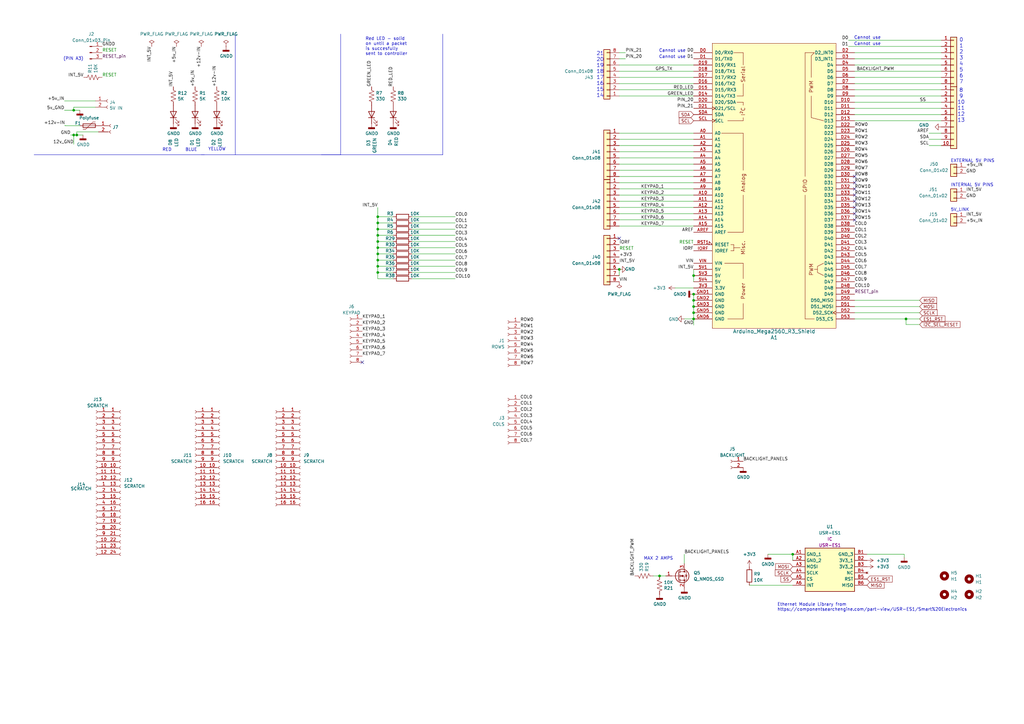
<source format=kicad_sch>
(kicad_sch (version 20250114) (generator "eeschema") (generator_version "9.0")
  (paper "A3")
  (title_block (date "2026-01-11") (rev "1.2"))
  (text "YELLOW" (at 85.344 61.976 0) (effects (font (size 1.27 1.27)) (justify left bottom)))
  (text "MAX 2 AMPS" (at 276.098 229.87 0) (effects (font (size 1.27 1.27)) (justify right bottom)))
  (text "BLUE" (at 75.946 62.23 0) (effects (font (size 1.27 1.27)) (justify left bottom)))
  (text "INTERNAL 5V PINS" (at 389.89 76.708 0) (effects (font (size 1.27 1.27)) (justify left bottom)))
  (text "Ethernet Module Library from \nhttps://componentsearchengine.com/part-view/USR-ES1/Smart%20Electronics" (at 318.77 250.825 0) (effects (font (size 1.27 1.27)) (justify left bottom)))
  (text "Cannot use" (at 270.256 21.59 0) (effects (font (size 1.27 1.27)) (justify left bottom)))
  (text "RED" (at 66.548 62.23 0) (effects (font (size 1.27 1.27)) (justify left bottom)))
  (text "(PIN A3)" (at 25.908 24.892 0) (effects (font (size 1.27 1.27)) (justify left bottom)))
  (text "Cannot use" (at 350.266 16.256 0) (effects (font (size 1.27 1.27)) (justify left bottom)))
  (text "0\n1\n2\n3\n4\n5\n6\n7" (at 393.446 34.544 0) (effects (font (size 1.524 1.524)) (justify left bottom)))
  (text "LEDCONTROL \nIc_2=LEDCONTROL(49,48,47,X);\n49 - DATA IN\n48 - CLK\n47 - LOAD/CS\n\nDigits = Columns = Cathodes - \"\"-\"\"\nSegments = Rows = Anodes - \"\"+\"\"" (at -38.1 166.116 0) (effects (font (size 1.27 1.27)) (justify bottom)))
  (text "Red LED - solid\non until a packet\nis succesfully \nsent to controller" (at 149.86 22.86 0) (effects (font (size 1.27 1.27)) (justify left bottom)))
  (text "5V_LINK" (at 389.89 86.868 0) (effects (font (size 1.27 1.27)) (justify left bottom)))
  (text "Cannot use" (at 350.266 18.796 0) (effects (font (size 1.27 1.27)) (justify left bottom)))
  (text "Cannot use" (at 270.256 24.13 0) (effects (font (size 1.27 1.27)) (justify left bottom)))
  (text "21\n20\n19\n18\n17\n16\n15\n14" (at 244.602 40.132 0) (effects (font (size 1.524 1.524)) (justify left bottom)))
  (text "EXTERNAL 5V PINS" (at 389.89 66.802 0) (effects (font (size 1.27 1.27)) (justify left bottom)))
  (text "8\n9\n10\n11\n12\n13\n" (at 394.208 50.292 0) (effects (font (size 1.524 1.524)) (justify bottom)))
  (junction (at 154.94 109.22))
  (junction (at 284.48 120.65))
  (junction (at 284.48 125.73))
  (junction (at 154.94 88.9))
  (junction (at 270.51 236.22))
  (junction (at 154.94 91.44))
  (junction (at 31.496 55.372))
  (junction (at 154.94 106.68))
  (junction (at 284.48 130.81))
  (junction (at 30.226 55.372))
  (junction (at 154.94 111.76))
  (junction (at 154.94 104.14))
  (junction (at 30.226 45.212))
  (junction (at 154.94 99.06))
  (junction (at 284.48 128.27))
  (junction (at 325.12 227.33))
  (junction (at 154.94 93.98))
  (junction (at 154.94 96.52))
  (junction (at 254 110.49))
  (junction (at 284.48 123.19))
  (junction (at 371.602 130.81))
  (junction (at 284.48 113.03))
  (junction (at 154.94 101.6))
  (no_connect (at 350.52 90.17))
  (no_connect (at 350.52 74.93))
  (no_connect (at 254 97.79))
  (no_connect (at 148.59 148.59))
  (no_connect (at 350.52 77.47))
  (no_connect (at 350.52 82.55))
  (no_connect (at 350.52 85.09))
  (no_connect (at 350.52 72.39))
  (no_connect (at 350.52 80.01))
  (no_connect (at 350.52 87.63))
  (wire (pts (xy 350.52 39.37) (xy 386.08 39.37)))
  (polyline (pts (xy 139.7 63.5) (xy 139.7 13.97)))
  (wire (pts (xy 284.48 123.19) (xy 284.48 125.73)))
  (wire (pts (xy 186.69 101.6) (xy 168.91 101.6)))
  (wire (pts (xy 371.602 130.81) (xy 371.602 133.096)))
  (wire (pts (xy 350.52 34.29) (xy 386.08 34.29)))
  (wire (pts (xy 254 31.75) (xy 284.48 31.75)))
  (wire (pts (xy 154.94 114.3) (xy 161.29 114.3)))
  (wire (pts (xy 254 87.63) (xy 284.48 87.63)))
  (polyline (pts (xy 82.55 63.5) (xy 139.7 63.5)))
  (wire (pts (xy 350.52 49.53) (xy 386.08 49.53)))
  (wire (pts (xy 161.29 106.68) (xy 154.94 106.68)))
  (wire (pts (xy 350.52 41.91) (xy 386.08 41.91)))
  (wire (pts (xy 254 62.23) (xy 284.48 62.23)))
  (wire (pts (xy 154.94 96.52) (xy 154.94 99.06)))
  (wire (pts (xy 186.69 88.9) (xy 168.91 88.9)))
  (wire (pts (xy 154.94 85.09) (xy 154.94 88.9)))
  (wire (pts (xy 26.67 51.308) (xy 26.67 51.562)))
  (wire (pts (xy 254 34.29) (xy 284.48 34.29)))
  (wire (pts (xy 284.48 110.49) (xy 284.48 113.03)))
  (wire (pts (xy 280.67 130.81) (xy 284.48 130.81)))
  (wire (pts (xy 30.226 43.942) (xy 30.226 45.212)))
  (wire (pts (xy 39.116 43.942) (xy 30.226 43.942)))
  (wire (pts (xy 381 57.15) (xy 386.08 57.15)))
  (wire (pts (xy 254 57.15) (xy 284.48 57.15)))
  (wire (pts (xy 186.69 96.52) (xy 168.91 96.52)))
  (polyline (pts (xy 131.826 63.5) (xy 181.61 63.5)))
  (wire (pts (xy 254 77.47) (xy 284.48 77.47)))
  (wire (pts (xy 154.94 104.14) (xy 154.94 106.68)))
  (wire (pts (xy 186.69 106.68) (xy 168.91 106.68)))
  (wire (pts (xy 154.94 91.44) (xy 154.94 93.98)))
  (wire (pts (xy 161.29 111.76) (xy 154.94 111.76)))
  (wire (pts (xy 161.29 99.06) (xy 154.94 99.06)))
  (wire (pts (xy 350.52 29.21) (xy 386.08 29.21)))
  (wire (pts (xy 377.19 123.19) (xy 350.52 123.19)))
  (wire (pts (xy 31.496 55.372) (xy 34.036 55.372)))
  (wire (pts (xy 254 59.69) (xy 284.48 59.69)))
  (wire (pts (xy 256.54 21.59) (xy 254 21.59)))
  (wire (pts (xy 284.48 133.35) (xy 284.48 130.81)))
  (wire (pts (xy 381 54.61) (xy 386.08 54.61)))
  (wire (pts (xy 254 39.37) (xy 284.48 39.37)))
  (wire (pts (xy 186.69 91.44) (xy 168.91 91.44)))
  (wire (pts (xy 254 110.49) (xy 254 113.03)))
  (wire (pts (xy 161.29 104.14) (xy 154.94 104.14)))
  (wire (pts (xy 161.29 101.6) (xy 154.94 101.6)))
  (wire (pts (xy 254 67.31) (xy 284.48 67.31)))
  (wire (pts (xy 284.48 125.73) (xy 284.48 128.27)))
  (wire (pts (xy 347.98 19.05) (xy 386.08 19.05)))
  (wire (pts (xy 270.51 236.22) (xy 273.05 236.22)))
  (wire (pts (xy 350.52 21.59) (xy 386.08 21.59)))
  (wire (pts (xy 371.602 133.096) (xy 377.19 133.096)))
  (wire (pts (xy 284.48 128.27) (xy 284.48 130.81)))
  (wire (pts (xy 254 72.39) (xy 284.48 72.39)))
  (wire (pts (xy 254 24.13) (xy 256.54 24.13)))
  (wire (pts (xy 154.94 106.68) (xy 154.94 109.22)))
  (wire (pts (xy 154.94 101.6) (xy 154.94 104.14)))
  (wire (pts (xy 377.19 125.73) (xy 350.52 125.73)))
  (wire (pts (xy 350.52 31.75) (xy 386.08 31.75)))
  (wire (pts (xy 161.29 96.52) (xy 154.94 96.52)))
  (wire (pts (xy 254 64.77) (xy 284.48 64.77)))
  (wire (pts (xy 284.48 120.65) (xy 284.48 123.19)))
  (wire (pts (xy 154.94 93.98) (xy 154.94 96.52)))
  (wire (pts (xy 254 69.85) (xy 284.48 69.85)))
  (wire (pts (xy 161.29 93.98) (xy 154.94 93.98)))
  (wire (pts (xy 254 85.09) (xy 284.48 85.09)))
  (wire (pts (xy 370.84 227.33) (xy 370.84 228.6)))
  (wire (pts (xy 30.226 45.212) (xy 32.766 45.212)))
  (wire (pts (xy 284.48 113.03) (xy 284.48 115.57)))
  (polyline (pts (xy 139.7 63.5) (xy 131.826 63.5)))
  (wire (pts (xy 186.69 114.3) (xy 168.91 114.3)))
  (wire (pts (xy 347.98 16.51) (xy 386.08 16.51)))
  (wire (pts (xy 161.29 109.22) (xy 154.94 109.22)))
  (wire (pts (xy 186.69 93.98) (xy 168.91 93.98)))
  (wire (pts (xy 350.52 46.99) (xy 386.08 46.99)))
  (wire (pts (xy 307.34 240.03) (xy 325.12 240.03)))
  (wire (pts (xy 371.602 130.81) (xy 350.52 130.81)))
  (wire (pts (xy 186.69 99.06) (xy 168.91 99.06)))
  (wire (pts (xy 350.52 36.83) (xy 386.08 36.83)))
  (wire (pts (xy 314.96 227.33) (xy 325.12 227.33)))
  (wire (pts (xy 161.29 88.9) (xy 154.94 88.9)))
  (wire (pts (xy 280.67 227.33) (xy 280.67 231.14)))
  (wire (pts (xy 254 54.61) (xy 284.48 54.61)))
  (polyline (pts (xy 13.97 63.5) (xy 83.82 63.5)))
  (wire (pts (xy 377.19 130.81) (xy 371.602 130.81)))
  (wire (pts (xy 254 26.67) (xy 284.48 26.67)))
  (wire (pts (xy 254 74.93) (xy 284.48 74.93)))
  (wire (pts (xy 254 92.71) (xy 284.48 92.71)))
  (wire (pts (xy 276.86 118.11) (xy 284.48 118.11)))
  (polyline (pts (xy 181.61 63.5) (xy 181.61 13.97)))
  (wire (pts (xy 154.94 99.06) (xy 154.94 101.6)))
  (wire (pts (xy 186.69 104.14) (xy 168.91 104.14)))
  (wire (pts (xy 26.67 51.562) (xy 32.766 51.562)))
  (wire (pts (xy 254 90.17) (xy 284.48 90.17)))
  (wire (pts (xy 161.29 91.44) (xy 154.94 91.44)))
  (wire (pts (xy 154.94 109.22) (xy 154.94 111.76)))
  (wire (pts (xy 254 29.21) (xy 284.48 29.21)))
  (wire (pts (xy 30.226 55.372) (xy 30.226 59.182)))
  (wire (pts (xy 186.69 109.22) (xy 168.91 109.22)))
  (wire (pts (xy 254 80.01) (xy 284.48 80.01)))
  (wire (pts (xy 350.52 24.13) (xy 386.08 24.13)))
  (wire (pts (xy 254 36.83) (xy 284.48 36.83)))
  (wire (pts (xy 254 82.55) (xy 284.48 82.55)))
  (wire (pts (xy 350.52 44.45) (xy 386.08 44.45)))
  (wire (pts (xy 355.6 227.33) (xy 370.84 227.33)))
  (wire (pts (xy 325.12 227.33) (xy 325.12 229.87)))
  (wire (pts (xy 26.416 41.402) (xy 39.116 41.402)))
  (wire (pts (xy 30.226 55.372) (xy 31.496 55.372)))
  (wire (pts (xy 267.97 236.22) (xy 270.51 236.22)))
  (polyline (pts (xy 96.52 63.5) (xy 96.52 13.97)))
  (wire (pts (xy 26.416 45.212) (xy 30.226 45.212)))
  (wire (pts (xy 31.496 54.102) (xy 31.496 55.372)))
  (wire (pts (xy 154.94 88.9) (xy 154.94 91.44)))
  (wire (pts (xy 28.956 55.372) (xy 30.226 55.372)))
  (wire (pts (xy 154.94 111.76) (xy 154.94 114.3)))
  (wire (pts (xy 186.69 111.76) (xy 168.91 111.76)))
  (wire (pts (xy 377.19 128.27) (xy 350.52 128.27)))
  (wire (pts (xy 381 59.69) (xy 386.08 59.69)))
  (wire (pts (xy 350.52 26.67) (xy 386.08 26.67)))
  (wire (pts (xy 40.386 54.102) (xy 31.496 54.102)))
  (image (at -60.198 193.294))
  (label "IORF" (at 254 100.33 0))
  (label "VIN" (at 284.48 107.95 180))
  (label "ROW9" (at 350.52 74.93 0))
  (label "COL7" (at 213.36 181.61 0))
  (label "PIN_20" (at 256.54 24.13 0))
  (label "ROW1" (at 350.52 54.61 0))
  (label "ROW7" (at 350.52 69.85 0))
  (label "COL10" (at 186.69 114.3 0))
  (label "RED_LED" (at 284.48 36.83 180))
  (label "ROW5" (at 213.36 144.78 0))
  (label "GND" (at 28.956 55.372 180))
  (label "COL2" (at 186.69 93.98 0))
  (label "PIN_21" (at 284.48 44.45 180))
  (label "COL9" (at 186.69 111.76 0))
  (label "INT_5V" (at 254 107.95 0))
  (label "ROW4" (at 213.36 142.24 0))
  (label "ROW0" (at 350.52 52.07 0))
  (label "KEYPAD_6" (at 148.59 143.51 0))
  (label "INT_5V" (at 71.12 35.56 90))
  (label "D0" (at 284.48 21.59 180))
  (label "COL5" (at 213.36 176.53 0))
  (label "KEYPAD_1" (at 148.59 130.81 0))
  (label "INT_5V" (at 34.29 31.75 180))
  (label "+5v_IN" (at 396.24 68.58 0))
  (label "VIN" (at 254 115.57 0))
  (label "COL1" (at 186.69 91.44 0))
  (label "PIN_21" (at 256.54 21.59 0))
  (label "ROW6" (at 213.36 147.32 0))
  (label "ROW8" (at 350.52 72.39 0))
  (label "ROW4" (at 350.52 62.23 0))
  (label "COL6" (at 186.69 104.14 0))
  (label "KEYPAD_6" (at 262.89 90.17 0))
  (label "ROW0" (at 213.36 132.08 0))
  (label "KEYPAD_4" (at 148.59 138.43 0))
  (label "COL1" (at 213.36 166.37 0))
  (label "+5v_IN" (at 26.416 41.402 180))
  (label "COL2" (at 213.36 168.91 0))
  (label "INT_5V" (at 154.94 85.09 180))
  (label "COL0" (at 213.36 163.83 0))
  (label "+3V3" (at 254 105.41 0))
  (label "SCL" (at 381 59.69 180))
  (label "AREF" (at 284.48 95.25 180))
  (label "ROW1" (at 213.36 134.62 0))
  (label "PIN_20" (at 284.48 41.91 180))
  (label "ROW15" (at 350.52 90.17 0))
  (label "12v_GND" (at 30.226 59.182 180))
  (label "KEYPAD_7" (at 148.59 146.05 0))
  (label "ROW5" (at 350.52 64.77 0))
  (label "COL8" (at 350.52 113.03 0))
  (label "KEYPAD_4" (at 262.89 85.09 0))
  (label "COL9" (at 350.52 115.57 0))
  (label "ROW7" (at 213.36 149.86 0))
  (label "IORF" (at 284.48 102.87 180))
  (label "RESET_pin" (at 41.91 24.13 0))
  (label "COL3" (at 350.52 100.33 0))
  (label "+5v_IN" (at 72.39 19.05 270))
  (label "+12v-IN" (at 26.67 51.308 180))
  (label "ROW2" (at 213.36 137.16 0))
  (label "INT_5V" (at 62.23 19.05 270))
  (label "COL3" (at 186.69 96.52 0))
  (label "GND" (at 284.48 133.35 180))
  (label "COL5" (at 350.52 105.41 0))
  (label "GREEN_LED" (at 284.48 39.37 180))
  (label "INT_5V" (at 396.24 88.9 0))
  (label "COL6" (at 350.52 107.95 0))
  (label "AREF" (at 381 54.61 180))
  (label "COL1" (at 350.52 95.25 0))
  (label "GPS_TX" (at 275.844 29.21 180))
  (label "D1" (at 347.98 19.05 180))
  (label "D1" (at 284.48 24.13 180))
  (label "GNDD" (at 41.91 19.05 0))
  (label "COL10" (at 350.52 118.11 0))
  (label "ROW3" (at 213.36 139.7 0))
  (label "COL0" (at 350.52 92.71 0))
  (label "ROW2" (at 350.52 57.15 0))
  (label "INT_5V" (at 396.24 78.74 0))
  (label "ROW12" (at 350.52 82.55 0))
  (label "COL4" (at 186.69 99.06 0))
  (label "KEYPAD_3" (at 262.89 82.55 0))
  (label "COL4" (at 350.52 102.87 0))
  (label "ROW13" (at 350.52 85.09 0))
  (label "COL4" (at 213.36 173.99 0))
  (label "COL2" (at 350.52 97.79 0))
  (label "GND" (at 396.24 81.28 0))
  (label "COL6" (at 213.36 179.07 0))
  (label "KEYPAD_5" (at 262.89 87.63 0))
  (label "KEYPAD_2" (at 262.89 80.01 0))
  (label "D0" (at 347.98 16.51 180))
  (label "5v_GND" (at 26.416 45.212 180))
  (label "ROW14" (at 350.52 87.63 0))
  (label "+5v_IN" (at 80.01 35.56 90))
  (label "KEYPAD_3" (at 148.59 135.89 0))
  (label "BACKLIGHT_PWM" (at 351.282 29.21 0))
  (label "COL0" (at 186.69 88.9 0))
  (label "ROW6" (at 350.52 67.31 0))
  (label "KEYPAD_7" (at 262.89 92.71 0))
  (label "COL7" (at 186.69 106.68 0))
  (label "ROW3" (at 350.52 59.69 0))
  (label "+5v_IN" (at 396.24 91.44 0))
  (label "COL7" (at 350.52 110.49 0))
  (label "INT_5V" (at 284.48 110.49 180))
  (label "SS" (at 377.19 41.91 0))
  (label "COL3" (at 213.36 171.45 0))
  (label "RESET" (at 41.91 21.59 0))
  (label "COL5" (at 186.69 101.6 0))
  (label "GND" (at 396.24 71.12 0))
  (label "COL8" (at 186.69 109.22 0))
  (label "GREEN_LED" (at 152.4 35.56 90))
  (label "KEYPAD_1" (at 262.89 77.47 0))
  (label "KEYPAD_5" (at 148.59 140.97 0))
  (label "KEYPAD_2" (at 148.59 133.35 0))
  (label "RESET" (at 284.48 100.33 180))
  (label "RESET" (at 254 102.87 0))
  (label "SDA" (at 381 57.15 180))
  (label "BACKLIGHT_PANELS" (at 280.67 227.33 0))
  (label "BACKLIGHT_PANELS" (at 304.8 189.23 0))
  (label "RESET_pin" (at 350.52 120.65 0))
  (label "RESET" (at 41.91 31.75 0))
  (label "+12v-IN" (at 88.9 35.56 90))
  (label "ROW11" (at 350.52 80.01 0))
  (label "+12v-IN" (at 82.55 19.05 270))
  (label "RED_LED" (at 161.29 35.56 90))
  (label "ROW10" (at 350.52 77.47 0))
  (label "BACKLIGHT_PWM" (at 260.35 236.22 90))
  (global_label "MISO" (shape input) (at 377.19 123.19 0) (property "Intersheetrefs" "${INTERSHEET_REFS}" (effects (hide yes))))
  (global_label "SCLK" (shape input) (at 377.19 128.27 0) (property "Intersheetrefs" "${INTERSHEET_REFS}" (effects (hide yes))))
  (global_label "SCL" (shape input) (at 284.48 49.53 180) (property "Intersheetrefs" "${INTERSHEET_REFS}" (effects (hide yes))))
  (global_label "SCLK" (shape input) (at 325.12 234.95 180) (property "Intersheetrefs" "${INTERSHEET_REFS}" (effects (hide yes))))
  (global_label "MISO" (shape input) (at 355.6 240.03 0) (property "Intersheetrefs" "${INTERSHEET_REFS}" (effects (hide yes))))
  (global_label "I2C_SEL_RESET" (shape input) (at 377.19 133.096 0) (property "Intersheetrefs" "${INTERSHEET_REFS}" (effects (hide yes))))
  (global_label "ES1_RST" (shape input) (at 377.19 130.81 0) (property "Intersheetrefs" "${INTERSHEET_REFS}" (effects (hide yes))))
  (global_label "ES1_RST" (shape input) (at 355.6 237.49 0) (property "Intersheetrefs" "${INTERSHEET_REFS}" (effects (hide yes))))
  (global_label "SDA" (shape input) (at 284.48 46.99 180) (property "Intersheetrefs" "${INTERSHEET_REFS}" (effects (hide yes))))
  (global_label "SS" (shape input) (at 325.12 237.49 180) (property "Intersheetrefs" "${INTERSHEET_REFS}" (effects (hide yes))))
  (global_label "MOSI" (shape input) (at 325.12 232.41 180) (property "Intersheetrefs" "${INTERSHEET_REFS}" (effects (hide yes))))
  (global_label "MOSI" (shape input) (at 377.19 125.73 0) (property "Intersheetrefs" "${INTERSHEET_REFS}" (effects (hide yes))))
  (symbol (lib_id "Connector_Generic:Conn_01x08") (at 248.92 62.23 0) (mirror y) (unit 1)
    (property "Reference" "J41" (at 246.38 62.2299 0) (effects (justify left)))
    (property "Value" "Conn_01x08" (at 246.38 64.7699 0) (effects (justify left)))
    (property "Footprint" "Connector_PinHeader_2.54mm:PinHeader_1x08_P2.54mm_Vertical" (effects (hide yes)))
    (property "Description" "Generic connector, single row, 01x08, script generated (kicad-library-utils/schlib/autogen/connector/)" (effects (hide yes)))
  )
  (symbol (lib_id "Connector:Conn_01x24_Socket") (at 49.53 196.85 0) (unit 1)
    (property "Reference" "J12" (at 50.8 196.8499 0) (effects (justify left)))
    (property "Value" "SCRATCH" (at 50.8 199.3899 0) (effects (justify left)))
    (property "Footprint" "Connector_IDC:IDC-Header_2x12_P2.54mm_Vertical" (effects (hide yes)))
    (property "Description" "Generic connector, single row, 01x24, script generated" (effects (hide yes)))
  )
  (symbol (lib_id "Device:R") (at 165.1 111.76 90) (unit 1)
    (property "Reference" "R37" (at 160.02 110.49 90))
    (property "Value" "10K" (at 170.18 110.49 90))
    (property "Footprint" "Resistor_THT:R_Axial_DIN0207_L6.3mm_D2.5mm_P2.54mm_Vertical" (effects (hide yes)))
  )
  (symbol (lib_id "power:+3V3") (at 355.6 229.87 270) (unit 1)
    (property "Reference" "#PWR018" (effects (hide yes)))
    (property "Value" "+3V3" (at 359.41 229.8699 90) (effects (justify left)))
  )
  (symbol (lib_id "power:GNDD") (at 304.8 191.77 0) (unit 1)
    (property "Reference" "#PWR01" (effects (hide yes)))
    (property "Value" "GNDD" (at 304.9016 195.707 0))
  )
  (symbol (lib_id "Device:LED") (at 88.9 46.99 90) (unit 1)
    (property "Reference" "D2" (at 87.63 58.42 0))
    (property "Value" "LED" (at 90.17 58.42 0))
    (property "Footprint" "LED_THT:LED_D3.0mm" (effects (hide yes)))
  )
  (symbol (lib_id "Device:R") (at 165.1 101.6 90) (unit 1)
    (property "Reference" "R30" (at 160.02 100.33 90))
    (property "Value" "10K" (at 170.18 100.33 90))
    (property "Footprint" "Resistor_THT:R_Axial_DIN0207_L6.3mm_D2.5mm_P2.54mm_Vertical" (effects (hide yes)))
  )
  (symbol (lib_id "Connector:Conn_01x16_Socket") (at 123.19 186.69 0) (unit 1)
    (property "Reference" "J9" (at 124.46 186.6899 0) (effects (justify left)))
    (property "Value" "SCRATCH" (at 124.46 189.2299 0) (effects (justify left)))
    (property "Footprint" "Connector_PinHeader_2.54mm:PinHeader_1x12_P2.54mm_Vertical" (effects (hide yes)))
    (property "Description" "Generic connector, single row, 01x16, script generated" (effects (hide yes)))
  )
  (symbol (lib_id "Device:LED") (at 152.4 46.99 90) (unit 1)
    (property "Reference" "D3" (at 151.13 58.674 0))
    (property "Value" "GREEN" (at 153.67 59.69 0))
    (property "Footprint" "LED_THT:LED_D3.0mm" (effects (hide yes)))
  )
  (symbol (lib_id "Device:R") (at 165.1 114.3 90) (unit 1)
    (property "Reference" "R38" (at 160.02 113.03 90))
    (property "Value" "10K" (at 170.18 113.03 90))
    (property "Footprint" "Resistor_THT:R_Axial_DIN0207_L6.3mm_D2.5mm_P2.54mm_Vertical" (effects (hide yes)))
  )
  (symbol (lib_id "Device:R") (at 165.1 109.22 90) (unit 1)
    (property "Reference" "R36" (at 160.02 107.95 90))
    (property "Value" "10K" (at 170.18 107.95 90))
    (property "Footprint" "Resistor_THT:R_Axial_DIN0207_L6.3mm_D2.5mm_P2.54mm_Vertical" (effects (hide yes)))
  )
  (symbol (lib_id "Device:R_US") (at 38.1 31.75 90) (unit 1)
    (property "Reference" "R11" (at 36.9316 30.0228 0) (effects (justify left)))
    (property "Value" "10K" (at 39.243 30.0228 0) (effects (justify left)))
    (property "Footprint" "Resistor_THT:R_Axial_DIN0207_L6.3mm_D2.5mm_P2.54mm_Vertical" (effects (hide yes)))
  )
  (symbol (lib_id "Connector:Conn_01x03_Pin") (at 36.83 21.59 0) (unit 1)
    (property "Reference" "J2" (at 37.465 13.97 0))
    (property "Value" "Conn_01x03_Pin" (at 37.465 16.51 0))
    (property "Footprint" "Connector_PinHeader_2.54mm:PinHeader_1x03_P2.54mm_Vertical" (effects (hide yes)))
    (property "Description" "Generic connector, single row, 01x03, script generated" (effects (hide yes)))
  )
  (symbol (lib_id "power:GNDD") (at 270.51 243.84 0) (unit 1)
    (property "Reference" "#PWR028" (effects (hide yes)))
    (property "Value" "GNDD" (at 270.6116 247.777 0))
  )
  (symbol (lib_id "Connector:Conn_01x08_Socket") (at 208.28 171.45 0) (mirror y) (unit 1)
    (property "Reference" "J3" (at 207.01 171.4499 0) (effects (justify left)))
    (property "Value" "COLS" (at 207.01 173.9899 0) (effects (justify left)))
    (property "Footprint" "Connector_Molex:Molex_KK-254_AE-6410-08A_1x08_P2.54mm_Vertical" (effects (hide yes)))
    (property "Description" "Generic connector, single row, 01x08, script generated" (effects (hide yes)))
  )
  (symbol (lib_id "power:PWR_FLAG") (at 254 115.57 180) (unit 1)
    (property "Reference" "#FLG05" (effects (hide yes)))
    (property "Value" "PWR_FLAG" (at 254 120.65 0))
    (property "Description" "Special symbol for telling ERC where power comes from" (effects (hide yes)))
  )
  (symbol (lib_id "Connector:Conn_01x16_Socket") (at 80.01 186.69 0) (mirror y) (unit 1)
    (property "Reference" "J11" (at 78.74 186.6899 0) (effects (justify left)))
    (property "Value" "SCRATCH" (at 78.74 189.2299 0) (effects (justify left)))
    (property "Footprint" "Connector_PinHeader_2.54mm:PinHeader_1x12_P2.54mm_Vertical" (effects (hide yes)))
    (property "Description" "Generic connector, single row, 01x16, script generated" (effects (hide yes)))
  )
  (symbol (lib_id "Device:Polyfuse") (at 36.576 51.562 90) (unit 1)
    (property "Reference" "F1" (at 32.004 50.546 90))
    (property "Value" "Polyfuse" (at 36.576 48.3145 90))
    (property "Footprint" "Fuse:Fuse_Bourns_MF-RG400" (effects (hide yes)))
    (property "Description" "Resettable fuse, polymeric positive temperature coefficient" (effects (hide yes)))
  )
  (symbol (lib_id "Connector:Conn_01x12_Socket") (at 39.37 212.09 0) (mirror y) (unit 1)
    (property "Reference" "J14" (at 33.274 198.628 0))
    (property "Value" "SCRATCH" (at 33.274 200.406 0))
    (property "Footprint" "Connector_PinHeader_2.54mm:PinHeader_1x12_P2.54mm_Vertical" (effects (hide yes)))
    (property "Description" "Generic connector, single row, 01x12, script generated" (effects (hide yes)))
  )
  (symbol (lib_id "Connector:Conn_01x12_Socket") (at 39.37 181.61 0) (mirror y) (unit 1)
    (property "Reference" "J13" (at 40.005 163.83 0))
    (property "Value" "SCRATCH" (at 40.005 166.37 0))
    (property "Footprint" "Connector_PinHeader_2.54mm:PinHeader_1x12_P2.54mm_Vertical" (effects (hide yes)))
    (property "Description" "Generic connector, single row, 01x12, script generated" (effects (hide yes)))
  )
  (symbol (lib_id "Device:LED") (at 161.29 46.99 90) (unit 1)
    (property "Reference" "D4" (at 160.02 58.42 0))
    (property "Value" "RED" (at 162.56 58.1025 0))
    (property "Footprint" "LED_THT:LED_D3.0mm" (effects (hide yes)))
  )
  (symbol (lib_id "arduino-library:Arduino_Mega2560_R3_Shield") (at 317.5 76.2 0) (unit 1)
    (property "Reference" "A1" (at 317.5 138.43 0) (effects (font (size 1.524 1.524))))
    (property "Value" "Arduino_Mega2560_R3_Shield" (at 317.5 135.89 0) (effects (font (size 1.524 1.524))))
    (property "Footprint" "arduino-kicad-library-master:Arduino_Mega2560_R3_Shield" (effects (hide yes)))
    (property "Datasheet" "https://docs.arduino.cc/hardware/mega-2560" (effects (hide yes)))
    (property "Description" "Shield for Arduino Mega 2560 R3" (effects (hide yes)))
  )
  (symbol (lib_id "Connector_Generic:Conn_01x10") (at 391.16 46.99 0) (unit 1)
    (property "Reference" "J45" (effects (hide yes)))
    (property "Value" "Conn_01x10" (effects (hide yes)))
    (property "Footprint" "Connector_PinHeader_2.54mm:PinHeader_1x10_P2.54mm_Vertical" (effects (hide yes)))
    (property "Description" "Generic connector, single row, 01x10, script generated (kicad-library-utils/schlib/autogen/connector/)" (effects (hide yes)))
  )
  (symbol (lib_id "Connector_Generic:Conn_01x08") (at 248.92 31.75 180) (unit 1)
    (property "Reference" "J43" (at 243.332 31.75 0) (effects (justify left)))
    (property "Value" "Conn_01x08" (at 243.332 29.21 0) (effects (justify left)))
    (property "Footprint" "Connector_PinHeader_2.54mm:PinHeader_1x08_P2.54mm_Vertical" (effects (hide yes)))
    (property "Description" "Generic connector, single row, 01x08, script generated (kicad-library-utils/schlib/autogen/connector/)" (effects (hide yes)))
  )
  (symbol (lib_id "power:GNDD") (at 152.4 50.8 0) (unit 1)
    (property "Reference" "#PWR014" (effects (hide yes)))
    (property "Value" "GNDD" (at 152.5016 54.737 0))
  )
  (symbol (lib_id "power:GNDD") (at 92.71 19.05 0) (unit 1)
    (property "Reference" "#PWR037" (effects (hide yes)))
    (property "Value" "GNDD" (at 92.8116 22.987 0))
  )
  (symbol (lib_id "Connector:Conn_01x02_Socket") (at 299.72 189.23 0) (mirror y) (unit 1)
    (property "Reference" "J5" (at 300.355 184.15 0))
    (property "Value" "BACKLIGHT" (at 300.355 186.69 0))
    (property "Footprint" "Connector_Molex:Molex_KK-254_AE-6410-02A_1x02_P2.54mm_Vertical" (effects (hide yes)))
    (property "Description" "Generic connector, single row, 01x02, script generated" (effects (hide yes)))
  )
  (symbol (lib_id "Connector_Generic:Conn_01x02") (at 391.16 68.58 0) (mirror y) (unit 1)
    (property "Reference" "J50" (at 383.032 67.31 0))
    (property "Value" "Conn_01x02" (at 383.032 69.85 0))
    (property "Footprint" "Connector_PinHeader_2.54mm:PinHeader_1x02_P2.54mm_Vertical" (effects (hide yes)))
    (property "Description" "Generic connector, single row, 01x02, script generated (kicad-library-utils/schlib/autogen/connector/)" (effects (hide yes)))
  )
  (symbol (lib_id "power:GNDD") (at 161.29 50.8 0) (unit 1)
    (property "Reference" "#PWR015" (effects (hide yes)))
    (property "Value" "GNDD" (at 161.3916 54.737 0))
  )
  (symbol (lib_id "power:PWR_FLAG") (at 72.39 19.05 0) (unit 1)
    (property "Reference" "#FLG02" (effects (hide yes)))
    (property "Value" "PWR_FLAG" (at 72.39 13.97 0))
    (property "Description" "Special symbol for telling ERC where power comes from" (effects (hide yes)))
  )
  (symbol (lib_id "USR-ES1:USR-ES1") (at 325.12 227.33 0) (unit 1)
    (property "Reference" "U1" (at 340.36 216.0164 0))
    (property "Value" "USR-ES1" (at 340.36 218.5533 0))
    (property "Footprint" "Library-OZ-HORNET:USRES1" (effects (hide yes)))
    (property "Reference_1" "IC" (at 340.36 221.0902 0))
    (property "Value_1" "USR-ES1" (at 340.36 223.6271 0))
    (property "Footprint_1" "USRES1" (effects (hide yes)))
    (property "Datasheet_1" "https://www.aliexpress.com/item/Free-Shipping-USR-ES1-W5500-Chip-New-SPI-to-LAN-Ethernet-Converter-TCP-IP-Mod/32714438223.html?spm=a2g0s.9042311.0.0.27424c4dBBEz2G" (effects (hide yes)))
    (property "Height" "3" (effects (hide yes)))
    (property "Manufacturer_Name" "Smart Electronics" (effects (hide yes)))
    (property "Manufacturer_Part_Number" "USR-ES1" (effects (hide yes)))
  )
  (symbol (lib_id "Mechanical:MountingHole") (at 397.51 237.49 0) (unit 1)
    (property "Reference" "H1" (at 400.05 236.2199 0) (effects (justify left)))
    (property "Value" "H1" (at 400.05 238.7599 0) (effects (justify left)))
    (property "Footprint" "MountingHole:MountingHole_3.2mm_M3" (effects (hide yes)))
  )
  (symbol (lib_id "Device:R") (at 307.34 236.22 0) (unit 1)
    (property "Reference" "R9" (at 309.118 235.3853 0) (effects (justify left)))
    (property "Value" "10K" (at 309.118 237.9222 0) (effects (justify left)))
    (property "Footprint" "Resistor_THT:R_Axial_DIN0207_L6.3mm_D2.5mm_P2.54mm_Vertical" (effects (hide yes)))
  )
  (symbol (lib_id "Connector:Conn_01x08_Socket") (at 208.28 139.7 0) (mirror y) (unit 1)
    (property "Reference" "J1" (at 207.01 139.6999 0) (effects (justify left)))
    (property "Value" "ROWS" (at 207.01 142.2399 0) (effects (justify left)))
    (property "Footprint" "Connector_Molex:Molex_KK-254_AE-6410-08A_1x08_P2.54mm_Vertical" (effects (hide yes)))
    (property "Description" "Generic connector, single row, 01x08, script generated" (effects (hide yes)))
  )
  (symbol (lib_id "Device:R") (at 165.1 96.52 90) (unit 1)
    (property "Reference" "R6" (at 160.02 95.25 90))
    (property "Value" "10K" (at 170.18 95.25 90))
    (property "Footprint" "Resistor_THT:R_Axial_DIN0207_L6.3mm_D2.5mm_P2.54mm_Vertical" (effects (hide yes)))
  )
  (symbol (lib_id "Device:R") (at 165.1 93.98 90) (unit 1)
    (property "Reference" "R5" (at 160.02 92.71 90))
    (property "Value" "10K" (at 170.18 92.71 90))
    (property "Footprint" "Resistor_THT:R_Axial_DIN0207_L6.3mm_D2.5mm_P2.54mm_Vertical" (effects (hide yes)))
  )
  (symbol (lib_id "Arduino_NW_Template-rescue:GND-power") (at 280.67 130.81 270) (unit 1)
    (property "Reference" "#PWR020" (effects (hide yes)))
    (property "Value" "GND" (at 276.2758 130.937 90))
  )
  (symbol (lib_id "Connector:Conn_01x16_Socket") (at 113.03 186.69 0) (mirror y) (unit 1)
    (property "Reference" "J8" (at 111.76 186.6899 0) (effects (justify left)))
    (property "Value" "SCRATCH" (at 111.76 189.2299 0) (effects (justify left)))
    (property "Footprint" "Connector_PinHeader_2.54mm:PinHeader_1x12_P2.54mm_Vertical" (effects (hide yes)))
    (property "Description" "Generic connector, single row, 01x16, script generated" (effects (hide yes)))
  )
  (symbol (lib_id "Mechanical:MountingHole") (at 387.35 243.84 0) (unit 1)
    (property "Reference" "H4" (at 389.89 242.5699 0) (effects (justify left)))
    (property "Value" "H2" (at 389.89 245.1099 0) (effects (justify left)))
    (property "Footprint" "MountingHole:MountingHole_3.2mm_M3" (effects (hide yes)))
  )
  (symbol (lib_id "power:GNDD") (at 280.67 241.3 0) (unit 1)
    (property "Reference" "#PWR030" (effects (hide yes)))
    (property "Value" "GNDD" (at 280.7716 245.237 0))
  )
  (symbol (lib_id "Device:R_US") (at 161.29 39.37 0) (unit 1)
    (property "Reference" "R8" (at 163.0172 38.2016 0) (effects (justify left)))
    (property "Value" "330" (at 163.0172 40.513 0) (effects (justify left)))
    (property "Footprint" "Resistor_THT:R_Axial_DIN0207_L6.3mm_D2.5mm_P2.54mm_Vertical" (effects (hide yes)))
  )
  (symbol (lib_id "Device:R_US") (at 80.01 39.37 0) (unit 1)
    (property "Reference" "R1" (at 81.7372 38.2016 0) (effects (justify left)))
    (property "Value" "5K" (at 81.7372 40.513 0) (effects (justify left)))
    (property "Footprint" "Resistor_THT:R_Axial_DIN0207_L6.3mm_D2.5mm_P2.54mm_Vertical" (effects (hide yes)))
  )
  (symbol (lib_id "Connector:Conn_01x02_Female") (at 44.196 41.402 0) (unit 1)
    (property "Reference" "J4" (at 44.9072 42.0116 0) (effects (justify left)))
    (property "Value" "5V IN" (at 44.9072 44.323 0) (effects (justify left)))
    (property "Footprint" "Connector_BarrelJack:BarrelJack_Horizontal" (effects (hide yes)))
  )
  (symbol (lib_id "power:GNDD") (at 34.036 55.372 0) (unit 1)
    (property "Reference" "#PWR011" (effects (hide yes)))
    (property "Value" "GNDD" (at 34.1376 59.309 0))
  )
  (symbol (lib_id "power:GNDD") (at 284.48 120.65 270) (unit 1)
    (property "Reference" "#PWR022" (effects (hide yes)))
    (property "Value" "GNDD" (at 278.892 120.65 90))
  )
  (symbol (lib_id "Device:R_US") (at 264.16 236.22 270) (mirror x) (unit 1)
    (property "Reference" "R19" (at 265.3284 234.4928 0) (effects (justify left)))
    (property "Value" "330" (at 263.017 234.4928 0) (effects (justify left)))
    (property "Footprint" "Resistor_THT:R_Axial_DIN0207_L6.3mm_D2.5mm_P2.54mm_Vertical" (effects (hide yes)))
  )
  (symbol (lib_id "Device:R_US") (at 152.4 39.37 0) (unit 1)
    (property "Reference" "R7" (at 154.1272 38.2016 0) (effects (justify left)))
    (property "Value" "330" (at 154.1272 40.513 0) (effects (justify left)))
    (property "Footprint" "Resistor_THT:R_Axial_DIN0207_L6.3mm_D2.5mm_P2.54mm_Vertical" (effects (hide yes)))
  )
  (symbol (lib_id "Device:LED") (at 71.12 46.99 90) (unit 1)
    (property "Reference" "D8" (at 69.85 58.42 0))
    (property "Value" "LED" (at 72.39 58.42 0))
    (property "Footprint" "LED_THT:LED_D3.0mm" (effects (hide yes)))
  )
  (symbol (lib_id "Connector:Conn_01x02_Female") (at 45.466 51.562 0) (unit 1)
    (property "Reference" "J7" (at 46.1772 52.1716 0) (effects (justify left)))
    (property "Value" "STEPPER IN 12-20VDC" (effects (hide yes)))
    (property "Footprint" "Connector_BarrelJack:BarrelJack_Horizontal" (effects (hide yes)))
  )
  (symbol (lib_id "Device:LED") (at 80.01 46.99 90) (unit 1)
    (property "Reference" "D1" (at 78.74 58.42 0))
    (property "Value" "LED" (at 81.28 58.42 0))
    (property "Footprint" "LED_THT:LED_D3.0mm" (effects (hide yes)))
  )
  (symbol (lib_id "power:PWR_FLAG") (at 92.71 19.05 0) (unit 1)
    (property "Reference" "#FLG04" (effects (hide yes)))
    (property "Value" "PWR_FLAG" (at 92.71 13.97 0))
    (property "Description" "Special symbol for telling ERC where power comes from" (effects (hide yes)))
  )
  (symbol (lib_id "Connector:Conn_01x16_Socket") (at 90.17 186.69 0) (unit 1)
    (property "Reference" "J10" (at 91.44 186.6899 0) (effects (justify left)))
    (property "Value" "SCRATCH" (at 91.44 189.2299 0) (effects (justify left)))
    (property "Footprint" "Connector_PinHeader_2.54mm:PinHeader_1x12_P2.54mm_Vertical" (effects (hide yes)))
    (property "Description" "Generic connector, single row, 01x16, script generated" (effects (hide yes)))
  )
  (symbol (lib_id "Device:R") (at 165.1 104.14 90) (unit 1)
    (property "Reference" "R34" (at 160.02 102.87 90))
    (property "Value" "10K" (at 170.18 102.87 90))
    (property "Footprint" "Resistor_THT:R_Axial_DIN0207_L6.3mm_D2.5mm_P2.54mm_Vertical" (effects (hide yes)))
  )
  (symbol (lib_id "power:GNDD") (at 370.84 228.6 0) (unit 1)
    (property "Reference" "#PWR08" (effects (hide yes)))
    (property "Value" "GNDD" (at 370.84 232.6624 0))
  )
  (symbol (lib_id "Device:R") (at 165.1 88.9 90) (unit 1)
    (property "Reference" "R3" (at 160.02 87.63 90))
    (property "Value" "10K" (at 170.18 87.63 90))
    (property "Footprint" "Resistor_THT:R_Axial_DIN0207_L6.3mm_D2.5mm_P2.54mm_Vertical" (effects (hide yes)))
  )
  (symbol (lib_id "Device:R") (at 165.1 99.06 90) (unit 1)
    (property "Reference" "R29" (at 160.02 97.79 90))
    (property "Value" "10K" (at 170.18 97.79 90))
    (property "Footprint" "Resistor_THT:R_Axial_DIN0207_L6.3mm_D2.5mm_P2.54mm_Vertical" (effects (hide yes)))
  )
  (symbol (lib_id "Mechanical:MountingHole") (at 387.35 236.22 0) (unit 1)
    (property "Reference" "H5" (at 389.89 234.9499 0) (effects (justify left)))
    (property "Value" "H1" (at 389.89 237.4899 0) (effects (justify left)))
    (property "Footprint" "MountingHole:MountingHole_3.2mm_M3" (effects (hide yes)))
  )
  (symbol (lib_id "Device:R") (at 165.1 91.44 90) (unit 1)
    (property "Reference" "R4" (at 160.02 90.17 90))
    (property "Value" "10K" (at 170.18 90.17 90))
    (property "Footprint" "Resistor_THT:R_Axial_DIN0207_L6.3mm_D2.5mm_P2.54mm_Vertical" (effects (hide yes)))
  )
  (symbol (lib_id "power:+3V3") (at 276.86 118.11 90) (unit 1)
    (property "Reference" "#PWR017" (effects (hide yes)))
    (property "Value" "+3V3" (at 273.05 118.1099 90) (effects (justify left)))
  )
  (symbol (lib_id "Connector_Generic:Conn_01x02") (at 391.16 78.74 0) (mirror y) (unit 1)
    (property "Reference" "J51" (at 382.778 77.724 0))
    (property "Value" "Conn_01x02" (at 382.778 80.264 0))
    (property "Footprint" "Connector_PinHeader_2.54mm:PinHeader_1x02_P2.54mm_Vertical" (effects (hide yes)))
    (property "Description" "Generic connector, single row, 01x02, script generated (kicad-library-utils/schlib/autogen/connector/)" (effects (hide yes)))
  )
  (symbol (lib_id "Connector_Generic:Conn_01x08") (at 391.16 24.13 0) (unit 1)
    (property "Reference" "J44" (effects (hide yes)))
    (property "Value" "Conn_01x08" (effects (hide yes)))
    (property "Footprint" "Connector_PinHeader_2.54mm:PinHeader_1x08_P2.54mm_Vertical" (effects (hide yes)))
    (property "Description" "Generic connector, single row, 01x08, script generated (kicad-library-utils/schlib/autogen/connector/)" (effects (hide yes)))
  )
  (symbol (lib_id "Device:R") (at 165.1 106.68 90) (unit 1)
    (property "Reference" "R35" (at 160.02 105.41 90))
    (property "Value" "10K" (at 170.18 105.41 90))
    (property "Footprint" "Resistor_THT:R_Axial_DIN0207_L6.3mm_D2.5mm_P2.54mm_Vertical" (effects (hide yes)))
  )
  (symbol (lib_id "Device:R_US") (at 88.9 39.37 0) (unit 1)
    (property "Reference" "R2" (at 90.6272 38.2016 0) (effects (justify left)))
    (property "Value" "10K" (at 90.6272 40.513 0) (effects (justify left)))
    (property "Footprint" "Resistor_THT:R_Axial_DIN0207_L6.3mm_D2.5mm_P2.54mm_Vertical" (effects (hide yes)))
  )
  (symbol (lib_id "Connector_Generic:Conn_01x02") (at 391.16 88.9 0) (mirror y) (unit 1)
    (property "Reference" "J15" (at 382.778 87.884 0))
    (property "Value" "Conn_01x02" (at 382.778 90.424 0))
    (property "Footprint" "Connector_PinHeader_2.54mm:PinHeader_1x02_P2.54mm_Vertical" (effects (hide yes)))
    (property "Description" "Generic connector, single row, 01x02, script generated (kicad-library-utils/schlib/autogen/connector/)" (effects (hide yes)))
  )
  (symbol (lib_id "Arduino_NW_Template-rescue:GND-power") (at 254 110.49 90) (unit 1)
    (property "Reference" "#PWR04" (effects (hide yes)))
    (property "Value" "GND" (at 258.3942 110.363 90))
  )
  (symbol (lib_id "power:PWR_FLAG") (at 62.23 19.05 0) (unit 1)
    (property "Reference" "#FLG01" (effects (hide yes)))
    (property "Value" "PWR_FLAG" (at 62.23 13.97 0))
    (property "Description" "Special symbol for telling ERC where power comes from" (effects (hide yes)))
  )
  (symbol (lib_id "power:GNDD") (at 314.96 227.33 0) (unit 1)
    (property "Reference" "#PWR03" (effects (hide yes)))
    (property "Value" "GNDD" (at 314.96 231.3924 0))
  )
  (symbol (lib_id "Mechanical:MountingHole") (at 397.51 243.84 0) (unit 1)
    (property "Reference" "H2" (at 400.05 242.5699 0) (effects (justify left)))
    (property "Value" "H2" (at 400.05 245.1099 0) (effects (justify left)))
    (property "Footprint" "MountingHole:MountingHole_3.2mm_M3" (effects (hide yes)))
  )
  (symbol (lib_id "power:GNDD") (at 80.01 50.8 0) (unit 1)
    (property "Reference" "#PWR09" (effects (hide yes)))
    (property "Value" "GNDD" (at 80.1116 54.737 0))
  )
  (symbol (lib_id "Connector_Generic:Conn_01x08") (at 248.92 82.55 0) (mirror y) (unit 1)
    (property "Reference" "J42" (at 246.38 82.5499 0) (effects (justify left)))
    (property "Value" "Conn_01x08" (at 246.38 85.0899 0) (effects (justify left)))
    (property "Footprint" "Connector_PinHeader_2.54mm:PinHeader_1x08_P2.54mm_Vertical" (effects (hide yes)))
    (property "Description" "Generic connector, single row, 01x08, script generated (kicad-library-utils/schlib/autogen/connector/)" (effects (hide yes)))
  )
  (symbol (lib_id "power:+3V3") (at 307.34 232.41 0) (unit 1)
    (property "Reference" "#PWR02" (effects (hide yes)))
    (property "Value" "+3V3" (at 307.34 227.33 0))
  )
  (symbol (lib_id "Device:R_US") (at 71.12 39.37 0) (unit 1)
    (property "Reference" "R12" (at 72.8472 38.2016 0) (effects (justify left)))
    (property "Value" "5K" (at 72.8472 40.513 0) (effects (justify left)))
    (property "Footprint" "Resistor_THT:R_Axial_DIN0207_L6.3mm_D2.5mm_P2.54mm_Vertical" (effects (hide yes)))
  )
  (symbol (lib_id "power:GNDD") (at 32.766 45.212 0) (unit 1)
    (property "Reference" "#PWR07" (effects (hide yes)))
    (property "Value" "GNDD" (effects (hide yes)))
  )
  (symbol (lib_id "Device:R_US") (at 270.51 240.03 0) (mirror x) (unit 1)
    (property "Reference" "R21" (at 272.2372 241.1984 0) (effects (justify left)))
    (property "Value" "10K" (at 272.2372 238.887 0) (effects (justify left)))
    (property "Footprint" "Resistor_THT:R_Axial_DIN0207_L6.3mm_D2.5mm_P2.54mm_Vertical" (effects (hide yes)))
  )
  (symbol (lib_id "Connector_Generic:Conn_01x08") (at 248.92 105.41 0) (mirror y) (unit 1)
    (property "Reference" "J40" (at 246.38 105.4099 0) (effects (justify left)))
    (property "Value" "Conn_01x08" (at 246.38 107.9499 0) (effects (justify left)))
    (property "Footprint" "Connector_PinHeader_2.54mm:PinHeader_1x08_P2.54mm_Vertical" (effects (hide yes)))
    (property "Description" "Generic connector, single row, 01x08, script generated (kicad-library-utils/schlib/autogen/connector/)" (effects (hide yes)))
  )
  (symbol (lib_id "Arduino_NW_Template-rescue:GND-power") (at 386.08 52.07 270) (mirror x) (unit 1)
    (property "Reference" "#PWR029" (effects (hide yes)))
    (property "Value" "GND" (at 378.968 51.308 90))
  )
  (symbol (lib_id "power:GNDD") (at 88.9 50.8 0) (unit 1)
    (property "Reference" "#PWR010" (effects (hide yes)))
    (property "Value" "GNDD" (at 89.0016 54.737 0))
  )
  (symbol (lib_id "Device:Q_NMOS_GSD") (at 278.13 236.22 0) (unit 1)
    (property "Reference" "Q5" (at 284.48 234.9499 0) (effects (justify left)))
    (property "Value" "Q_NMOS_GSD" (at 284.48 237.4899 0) (effects (justify left)))
    (property "Footprint" "Package_TO_SOT_THT:TO-220-3_Vertical" (effects (hide yes)))
    (property "Description" "N-MOSFET transistor, gate/source/drain" (effects (hide yes)))
  )
  (symbol (lib_id "power:PWR_FLAG") (at 82.55 19.05 0) (unit 1)
    (property "Reference" "#FLG03" (effects (hide yes)))
    (property "Value" "PWR_FLAG" (at 82.55 13.97 0))
    (property "Description" "Special symbol for telling ERC where power comes from" (effects (hide yes)))
  )
  (symbol (lib_id "Connector:Conn_01x08_Socket") (at 143.51 138.43 0) (mirror y) (unit 1)
    (property "Reference" "J6" (at 144.145 125.73 0))
    (property "Value" "KEYPAD" (at 144.145 128.27 0))
    (property "Footprint" "Connector_Molex:Molex_KK-254_AE-6410-08A_1x08_P2.54mm_Vertical" (effects (hide yes)))
    (property "Description" "Generic connector, single row, 01x08, script generated" (effects (hide yes)))
  )
  (symbol (lib_id "power:+3V3") (at 355.6 232.41 270) (unit 1)
    (property "Reference" "#PWR05" (effects (hide yes)))
    (property "Value" "+3V3" (at 359.41 232.4099 90) (effects (justify left)))
  )
  (symbol (lib_id "power:GNDD") (at 71.12 50.8 0) (unit 1)
    (property "Reference" "#PWR019" (effects (hide yes)))
    (property "Value" "GNDD" (at 71.2216 54.737 0))
  )
)
</source>
